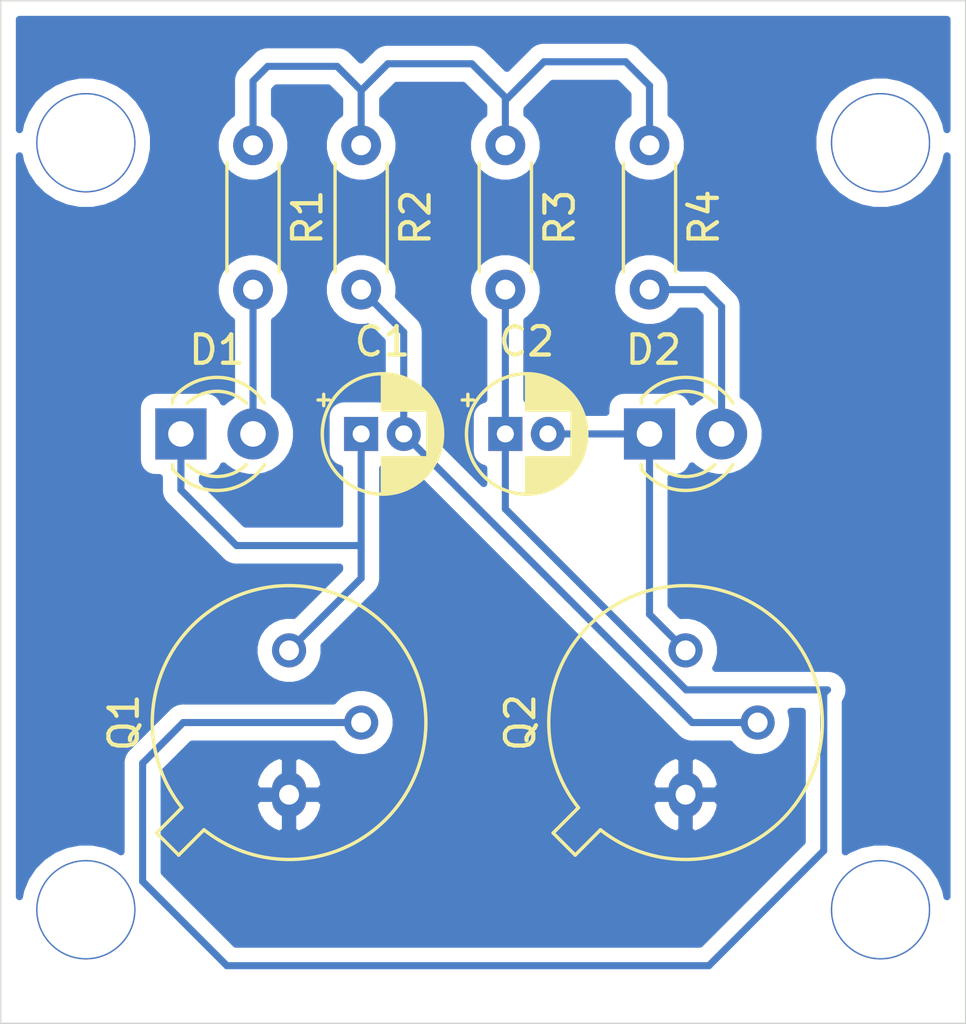
<source format=kicad_pcb>
(kicad_pcb (version 20171130) (host pcbnew "(5.1.12)-1")

  (general
    (thickness 1.6)
    (drawings 4)
    (tracks 53)
    (zones 0)
    (modules 10)
    (nets 9)
  )

  (page A4)
  (layers
    (0 F.Cu signal)
    (31 B.Cu signal)
    (32 B.Adhes user)
    (33 F.Adhes user)
    (34 B.Paste user)
    (35 F.Paste user)
    (36 B.SilkS user)
    (37 F.SilkS user)
    (38 B.Mask user)
    (39 F.Mask user)
    (40 Dwgs.User user)
    (41 Cmts.User user)
    (42 Eco1.User user)
    (43 Eco2.User user)
    (44 Edge.Cuts user)
    (45 Margin user)
    (46 B.CrtYd user)
    (47 F.CrtYd user)
    (48 B.Fab user)
    (49 F.Fab user)
  )

  (setup
    (last_trace_width 0.25)
    (trace_clearance 0.2)
    (zone_clearance 0.508)
    (zone_45_only no)
    (trace_min 0.2)
    (via_size 0.8)
    (via_drill 0.4)
    (via_min_size 0.4)
    (via_min_drill 0.3)
    (uvia_size 0.3)
    (uvia_drill 0.1)
    (uvias_allowed no)
    (uvia_min_size 0.2)
    (uvia_min_drill 0.1)
    (edge_width 0.05)
    (segment_width 0.2)
    (pcb_text_width 0.3)
    (pcb_text_size 1.5 1.5)
    (mod_edge_width 0.12)
    (mod_text_size 1 1)
    (mod_text_width 0.15)
    (pad_size 1.524 1.524)
    (pad_drill 0.762)
    (pad_to_mask_clearance 0)
    (aux_axis_origin 0 0)
    (visible_elements 7FFFFFFF)
    (pcbplotparams
      (layerselection 0x010fc_ffffffff)
      (usegerberextensions false)
      (usegerberattributes true)
      (usegerberadvancedattributes true)
      (creategerberjobfile true)
      (excludeedgelayer true)
      (linewidth 0.100000)
      (plotframeref false)
      (viasonmask false)
      (mode 1)
      (useauxorigin false)
      (hpglpennumber 1)
      (hpglpenspeed 20)
      (hpglpendiameter 15.000000)
      (psnegative false)
      (psa4output false)
      (plotreference true)
      (plotvalue true)
      (plotinvisibletext false)
      (padsonsilk false)
      (subtractmaskfromsilk false)
      (outputformat 1)
      (mirror false)
      (drillshape 0)
      (scaleselection 1)
      (outputdirectory "gerber/"))
  )

  (net 0 "")
  (net 1 "Net-(C1-Pad2)")
  (net 2 "Net-(C1-Pad1)")
  (net 3 "Net-(C2-Pad2)")
  (net 4 "Net-(C2-Pad1)")
  (net 5 "Net-(D1-Pad2)")
  (net 6 "Net-(D2-Pad2)")
  (net 7 Earth)
  (net 8 VCC)

  (net_class Default "This is the default net class."
    (clearance 0.2)
    (trace_width 0.25)
    (via_dia 0.8)
    (via_drill 0.4)
    (uvia_dia 0.3)
    (uvia_drill 0.1)
    (add_net Earth)
    (add_net "Net-(C1-Pad1)")
    (add_net "Net-(C1-Pad2)")
    (add_net "Net-(C2-Pad1)")
    (add_net "Net-(C2-Pad2)")
    (add_net "Net-(D1-Pad2)")
    (add_net "Net-(D2-Pad2)")
    (add_net VCC)
  )

  (module Resistor_THT:R_Axial_DIN0204_L3.6mm_D1.6mm_P5.08mm_Horizontal (layer F.Cu) (tedit 5AE5139B) (tstamp 64D6ACA9)
    (at 149.86 85.09 270)
    (descr "Resistor, Axial_DIN0204 series, Axial, Horizontal, pin pitch=5.08mm, 0.167W, length*diameter=3.6*1.6mm^2, http://cdn-reichelt.de/documents/datenblatt/B400/1_4W%23YAG.pdf")
    (tags "Resistor Axial_DIN0204 series Axial Horizontal pin pitch 5.08mm 0.167W length 3.6mm diameter 1.6mm")
    (path /64D64815)
    (fp_text reference R4 (at 2.54 -1.92 90) (layer F.SilkS)
      (effects (font (size 1 1) (thickness 0.15)))
    )
    (fp_text value R_Small_US (at 2.54 1.92 90) (layer F.Fab)
      (effects (font (size 1 1) (thickness 0.15)))
    )
    (fp_line (start 6.03 -1.05) (end -0.95 -1.05) (layer F.CrtYd) (width 0.05))
    (fp_line (start 6.03 1.05) (end 6.03 -1.05) (layer F.CrtYd) (width 0.05))
    (fp_line (start -0.95 1.05) (end 6.03 1.05) (layer F.CrtYd) (width 0.05))
    (fp_line (start -0.95 -1.05) (end -0.95 1.05) (layer F.CrtYd) (width 0.05))
    (fp_line (start 0.62 0.92) (end 4.46 0.92) (layer F.SilkS) (width 0.12))
    (fp_line (start 0.62 -0.92) (end 4.46 -0.92) (layer F.SilkS) (width 0.12))
    (fp_line (start 5.08 0) (end 4.34 0) (layer F.Fab) (width 0.1))
    (fp_line (start 0 0) (end 0.74 0) (layer F.Fab) (width 0.1))
    (fp_line (start 4.34 -0.8) (end 0.74 -0.8) (layer F.Fab) (width 0.1))
    (fp_line (start 4.34 0.8) (end 4.34 -0.8) (layer F.Fab) (width 0.1))
    (fp_line (start 0.74 0.8) (end 4.34 0.8) (layer F.Fab) (width 0.1))
    (fp_line (start 0.74 -0.8) (end 0.74 0.8) (layer F.Fab) (width 0.1))
    (fp_text user %R (at 2.54 0 90) (layer F.Fab)
      (effects (font (size 0.72 0.72) (thickness 0.108)))
    )
    (pad 2 thru_hole oval (at 5.08 0 270) (size 1.4 1.4) (drill 0.7) (layers *.Cu *.Mask)
      (net 6 "Net-(D2-Pad2)"))
    (pad 1 thru_hole circle (at 0 0 270) (size 1.4 1.4) (drill 0.7) (layers *.Cu *.Mask)
      (net 8 VCC))
    (model ${KISYS3DMOD}/Resistor_THT.3dshapes/R_Axial_DIN0204_L3.6mm_D1.6mm_P5.08mm_Horizontal.wrl
      (at (xyz 0 0 0))
      (scale (xyz 1 1 1))
      (rotate (xyz 0 0 0))
    )
  )

  (module Resistor_THT:R_Axial_DIN0204_L3.6mm_D1.6mm_P5.08mm_Horizontal (layer F.Cu) (tedit 5AE5139B) (tstamp 64D6AC96)
    (at 144.78 85.09 270)
    (descr "Resistor, Axial_DIN0204 series, Axial, Horizontal, pin pitch=5.08mm, 0.167W, length*diameter=3.6*1.6mm^2, http://cdn-reichelt.de/documents/datenblatt/B400/1_4W%23YAG.pdf")
    (tags "Resistor Axial_DIN0204 series Axial Horizontal pin pitch 5.08mm 0.167W length 3.6mm diameter 1.6mm")
    (path /64D6443B)
    (fp_text reference R3 (at 2.54 -1.92 90) (layer F.SilkS)
      (effects (font (size 1 1) (thickness 0.15)))
    )
    (fp_text value R_Small_US (at 2.54 1.92 90) (layer F.Fab)
      (effects (font (size 1 1) (thickness 0.15)))
    )
    (fp_line (start 6.03 -1.05) (end -0.95 -1.05) (layer F.CrtYd) (width 0.05))
    (fp_line (start 6.03 1.05) (end 6.03 -1.05) (layer F.CrtYd) (width 0.05))
    (fp_line (start -0.95 1.05) (end 6.03 1.05) (layer F.CrtYd) (width 0.05))
    (fp_line (start -0.95 -1.05) (end -0.95 1.05) (layer F.CrtYd) (width 0.05))
    (fp_line (start 0.62 0.92) (end 4.46 0.92) (layer F.SilkS) (width 0.12))
    (fp_line (start 0.62 -0.92) (end 4.46 -0.92) (layer F.SilkS) (width 0.12))
    (fp_line (start 5.08 0) (end 4.34 0) (layer F.Fab) (width 0.1))
    (fp_line (start 0 0) (end 0.74 0) (layer F.Fab) (width 0.1))
    (fp_line (start 4.34 -0.8) (end 0.74 -0.8) (layer F.Fab) (width 0.1))
    (fp_line (start 4.34 0.8) (end 4.34 -0.8) (layer F.Fab) (width 0.1))
    (fp_line (start 0.74 0.8) (end 4.34 0.8) (layer F.Fab) (width 0.1))
    (fp_line (start 0.74 -0.8) (end 0.74 0.8) (layer F.Fab) (width 0.1))
    (fp_text user %R (at 2.54 0 90) (layer F.Fab)
      (effects (font (size 0.72 0.72) (thickness 0.108)))
    )
    (pad 2 thru_hole oval (at 5.08 0 270) (size 1.4 1.4) (drill 0.7) (layers *.Cu *.Mask)
      (net 4 "Net-(C2-Pad1)"))
    (pad 1 thru_hole circle (at 0 0 270) (size 1.4 1.4) (drill 0.7) (layers *.Cu *.Mask)
      (net 8 VCC))
    (model ${KISYS3DMOD}/Resistor_THT.3dshapes/R_Axial_DIN0204_L3.6mm_D1.6mm_P5.08mm_Horizontal.wrl
      (at (xyz 0 0 0))
      (scale (xyz 1 1 1))
      (rotate (xyz 0 0 0))
    )
  )

  (module Resistor_THT:R_Axial_DIN0204_L3.6mm_D1.6mm_P5.08mm_Horizontal (layer F.Cu) (tedit 5AE5139B) (tstamp 64D6AC83)
    (at 139.7 85.09 270)
    (descr "Resistor, Axial_DIN0204 series, Axial, Horizontal, pin pitch=5.08mm, 0.167W, length*diameter=3.6*1.6mm^2, http://cdn-reichelt.de/documents/datenblatt/B400/1_4W%23YAG.pdf")
    (tags "Resistor Axial_DIN0204 series Axial Horizontal pin pitch 5.08mm 0.167W length 3.6mm diameter 1.6mm")
    (path /64D63DE7)
    (fp_text reference R2 (at 2.54 -1.92 90) (layer F.SilkS)
      (effects (font (size 1 1) (thickness 0.15)))
    )
    (fp_text value R_Small_US (at 2.54 1.92 90) (layer F.Fab)
      (effects (font (size 1 1) (thickness 0.15)))
    )
    (fp_line (start 6.03 -1.05) (end -0.95 -1.05) (layer F.CrtYd) (width 0.05))
    (fp_line (start 6.03 1.05) (end 6.03 -1.05) (layer F.CrtYd) (width 0.05))
    (fp_line (start -0.95 1.05) (end 6.03 1.05) (layer F.CrtYd) (width 0.05))
    (fp_line (start -0.95 -1.05) (end -0.95 1.05) (layer F.CrtYd) (width 0.05))
    (fp_line (start 0.62 0.92) (end 4.46 0.92) (layer F.SilkS) (width 0.12))
    (fp_line (start 0.62 -0.92) (end 4.46 -0.92) (layer F.SilkS) (width 0.12))
    (fp_line (start 5.08 0) (end 4.34 0) (layer F.Fab) (width 0.1))
    (fp_line (start 0 0) (end 0.74 0) (layer F.Fab) (width 0.1))
    (fp_line (start 4.34 -0.8) (end 0.74 -0.8) (layer F.Fab) (width 0.1))
    (fp_line (start 4.34 0.8) (end 4.34 -0.8) (layer F.Fab) (width 0.1))
    (fp_line (start 0.74 0.8) (end 4.34 0.8) (layer F.Fab) (width 0.1))
    (fp_line (start 0.74 -0.8) (end 0.74 0.8) (layer F.Fab) (width 0.1))
    (fp_text user %R (at 2.54 0 90) (layer F.Fab)
      (effects (font (size 0.72 0.72) (thickness 0.108)))
    )
    (pad 2 thru_hole oval (at 5.08 0 270) (size 1.4 1.4) (drill 0.7) (layers *.Cu *.Mask)
      (net 1 "Net-(C1-Pad2)"))
    (pad 1 thru_hole circle (at 0 0 270) (size 1.4 1.4) (drill 0.7) (layers *.Cu *.Mask)
      (net 8 VCC))
    (model ${KISYS3DMOD}/Resistor_THT.3dshapes/R_Axial_DIN0204_L3.6mm_D1.6mm_P5.08mm_Horizontal.wrl
      (at (xyz 0 0 0))
      (scale (xyz 1 1 1))
      (rotate (xyz 0 0 0))
    )
  )

  (module Resistor_THT:R_Axial_DIN0204_L3.6mm_D1.6mm_P5.08mm_Horizontal (layer F.Cu) (tedit 5AE5139B) (tstamp 64D6AC70)
    (at 135.89 85.09 270)
    (descr "Resistor, Axial_DIN0204 series, Axial, Horizontal, pin pitch=5.08mm, 0.167W, length*diameter=3.6*1.6mm^2, http://cdn-reichelt.de/documents/datenblatt/B400/1_4W%23YAG.pdf")
    (tags "Resistor Axial_DIN0204 series Axial Horizontal pin pitch 5.08mm 0.167W length 3.6mm diameter 1.6mm")
    (path /64D639B2)
    (fp_text reference R1 (at 2.54 -1.92 90) (layer F.SilkS)
      (effects (font (size 1 1) (thickness 0.15)))
    )
    (fp_text value R_Small_US (at 2.54 1.92 90) (layer F.Fab)
      (effects (font (size 1 1) (thickness 0.15)))
    )
    (fp_line (start 6.03 -1.05) (end -0.95 -1.05) (layer F.CrtYd) (width 0.05))
    (fp_line (start 6.03 1.05) (end 6.03 -1.05) (layer F.CrtYd) (width 0.05))
    (fp_line (start -0.95 1.05) (end 6.03 1.05) (layer F.CrtYd) (width 0.05))
    (fp_line (start -0.95 -1.05) (end -0.95 1.05) (layer F.CrtYd) (width 0.05))
    (fp_line (start 0.62 0.92) (end 4.46 0.92) (layer F.SilkS) (width 0.12))
    (fp_line (start 0.62 -0.92) (end 4.46 -0.92) (layer F.SilkS) (width 0.12))
    (fp_line (start 5.08 0) (end 4.34 0) (layer F.Fab) (width 0.1))
    (fp_line (start 0 0) (end 0.74 0) (layer F.Fab) (width 0.1))
    (fp_line (start 4.34 -0.8) (end 0.74 -0.8) (layer F.Fab) (width 0.1))
    (fp_line (start 4.34 0.8) (end 4.34 -0.8) (layer F.Fab) (width 0.1))
    (fp_line (start 0.74 0.8) (end 4.34 0.8) (layer F.Fab) (width 0.1))
    (fp_line (start 0.74 -0.8) (end 0.74 0.8) (layer F.Fab) (width 0.1))
    (fp_text user %R (at 2.54 0 90) (layer F.Fab)
      (effects (font (size 0.72 0.72) (thickness 0.108)))
    )
    (pad 2 thru_hole oval (at 5.08 0 270) (size 1.4 1.4) (drill 0.7) (layers *.Cu *.Mask)
      (net 5 "Net-(D1-Pad2)"))
    (pad 1 thru_hole circle (at 0 0 270) (size 1.4 1.4) (drill 0.7) (layers *.Cu *.Mask)
      (net 8 VCC))
    (model ${KISYS3DMOD}/Resistor_THT.3dshapes/R_Axial_DIN0204_L3.6mm_D1.6mm_P5.08mm_Horizontal.wrl
      (at (xyz 0 0 0))
      (scale (xyz 1 1 1))
      (rotate (xyz 0 0 0))
    )
  )

  (module Package_TO_SOT_THT:TO-39-3 (layer F.Cu) (tedit 5A02FF81) (tstamp 64D6AC5D)
    (at 151.13 107.95 90)
    (descr TO-39-3)
    (tags TO-39-3)
    (path /64D6A732)
    (fp_text reference Q2 (at 2.54 -5.82 90) (layer F.SilkS)
      (effects (font (size 1 1) (thickness 0.15)))
    )
    (fp_text value 2N2219 (at 2.54 5.82 90) (layer F.Fab)
      (effects (font (size 1 1) (thickness 0.15)))
    )
    (fp_circle (center 2.54 0) (end 6.79 0) (layer F.Fab) (width 0.1))
    (fp_line (start 7.49 -4.95) (end -2.41 -4.95) (layer F.CrtYd) (width 0.05))
    (fp_line (start 7.49 4.95) (end 7.49 -4.95) (layer F.CrtYd) (width 0.05))
    (fp_line (start -2.41 4.95) (end 7.49 4.95) (layer F.CrtYd) (width 0.05))
    (fp_line (start -2.41 -4.95) (end -2.41 4.95) (layer F.CrtYd) (width 0.05))
    (fp_line (start -2.125856 -3.888039) (end -1.234902 -2.997084) (layer F.SilkS) (width 0.12))
    (fp_line (start -1.348039 -4.665856) (end -2.125856 -3.888039) (layer F.SilkS) (width 0.12))
    (fp_line (start -0.457084 -3.774902) (end -1.348039 -4.665856) (layer F.SilkS) (width 0.12))
    (fp_line (start -1.879621 -3.81151) (end -1.07352 -3.005408) (layer F.Fab) (width 0.1))
    (fp_line (start -1.27151 -4.419621) (end -1.879621 -3.81151) (layer F.Fab) (width 0.1))
    (fp_line (start -0.465408 -3.61352) (end -1.27151 -4.419621) (layer F.Fab) (width 0.1))
    (fp_arc (start 2.54 0) (end -0.457084 -3.774902) (angle 346.9) (layer F.SilkS) (width 0.12))
    (fp_arc (start 2.54 0) (end -0.465408 -3.61352) (angle 349.5) (layer F.Fab) (width 0.1))
    (fp_text user %R (at 2.54 -5.82 90) (layer F.Fab)
      (effects (font (size 1 1) (thickness 0.15)))
    )
    (pad 3 thru_hole oval (at 5.08 0 90) (size 1.2 1.2) (drill 0.7) (layers *.Cu *.Mask)
      (net 3 "Net-(C2-Pad2)"))
    (pad 2 thru_hole oval (at 2.54 2.54 90) (size 1.2 1.2) (drill 0.7) (layers *.Cu *.Mask)
      (net 1 "Net-(C1-Pad2)"))
    (pad 1 thru_hole oval (at 0 0 90) (size 1.6 1.2) (drill 0.7) (layers *.Cu *.Mask)
      (net 7 Earth))
    (model ${KISYS3DMOD}/Package_TO_SOT_THT.3dshapes/TO-39-3.wrl
      (at (xyz 0 0 0))
      (scale (xyz 1 1 1))
      (rotate (xyz 0 0 0))
    )
  )

  (module Package_TO_SOT_THT:TO-39-3 (layer F.Cu) (tedit 5A02FF81) (tstamp 64D6AC48)
    (at 137.16 107.95 90)
    (descr TO-39-3)
    (tags TO-39-3)
    (path /64D69AA5)
    (fp_text reference Q1 (at 2.54 -5.82 90) (layer F.SilkS)
      (effects (font (size 1 1) (thickness 0.15)))
    )
    (fp_text value 2N2219 (at 2.54 5.82 90) (layer F.Fab)
      (effects (font (size 1 1) (thickness 0.15)))
    )
    (fp_circle (center 2.54 0) (end 6.79 0) (layer F.Fab) (width 0.1))
    (fp_line (start 7.49 -4.95) (end -2.41 -4.95) (layer F.CrtYd) (width 0.05))
    (fp_line (start 7.49 4.95) (end 7.49 -4.95) (layer F.CrtYd) (width 0.05))
    (fp_line (start -2.41 4.95) (end 7.49 4.95) (layer F.CrtYd) (width 0.05))
    (fp_line (start -2.41 -4.95) (end -2.41 4.95) (layer F.CrtYd) (width 0.05))
    (fp_line (start -2.125856 -3.888039) (end -1.234902 -2.997084) (layer F.SilkS) (width 0.12))
    (fp_line (start -1.348039 -4.665856) (end -2.125856 -3.888039) (layer F.SilkS) (width 0.12))
    (fp_line (start -0.457084 -3.774902) (end -1.348039 -4.665856) (layer F.SilkS) (width 0.12))
    (fp_line (start -1.879621 -3.81151) (end -1.07352 -3.005408) (layer F.Fab) (width 0.1))
    (fp_line (start -1.27151 -4.419621) (end -1.879621 -3.81151) (layer F.Fab) (width 0.1))
    (fp_line (start -0.465408 -3.61352) (end -1.27151 -4.419621) (layer F.Fab) (width 0.1))
    (fp_arc (start 2.54 0) (end -0.457084 -3.774902) (angle 346.9) (layer F.SilkS) (width 0.12))
    (fp_arc (start 2.54 0) (end -0.465408 -3.61352) (angle 349.5) (layer F.Fab) (width 0.1))
    (fp_text user %R (at 2.54 -5.82 90) (layer F.Fab)
      (effects (font (size 1 1) (thickness 0.15)))
    )
    (pad 3 thru_hole oval (at 5.08 0 90) (size 1.2 1.2) (drill 0.7) (layers *.Cu *.Mask)
      (net 2 "Net-(C1-Pad1)"))
    (pad 2 thru_hole oval (at 2.54 2.54 90) (size 1.2 1.2) (drill 0.7) (layers *.Cu *.Mask)
      (net 4 "Net-(C2-Pad1)"))
    (pad 1 thru_hole oval (at 0 0 90) (size 1.6 1.2) (drill 0.7) (layers *.Cu *.Mask)
      (net 7 Earth))
    (model ${KISYS3DMOD}/Package_TO_SOT_THT.3dshapes/TO-39-3.wrl
      (at (xyz 0 0 0))
      (scale (xyz 1 1 1))
      (rotate (xyz 0 0 0))
    )
  )

  (module LED_THT:LED_D3.0mm (layer F.Cu) (tedit 587A3A7B) (tstamp 64D6AC33)
    (at 149.86 95.25)
    (descr "LED, diameter 3.0mm, 2 pins")
    (tags "LED diameter 3.0mm 2 pins")
    (path /64D6540A)
    (fp_text reference D2 (at 0.14 -2.96) (layer F.SilkS)
      (effects (font (size 1 1) (thickness 0.15)))
    )
    (fp_text value LED (at 1.27 2.96) (layer F.Fab)
      (effects (font (size 1 1) (thickness 0.15)))
    )
    (fp_line (start 3.7 -2.25) (end -1.15 -2.25) (layer F.CrtYd) (width 0.05))
    (fp_line (start 3.7 2.25) (end 3.7 -2.25) (layer F.CrtYd) (width 0.05))
    (fp_line (start -1.15 2.25) (end 3.7 2.25) (layer F.CrtYd) (width 0.05))
    (fp_line (start -1.15 -2.25) (end -1.15 2.25) (layer F.CrtYd) (width 0.05))
    (fp_line (start -0.29 1.08) (end -0.29 1.236) (layer F.SilkS) (width 0.12))
    (fp_line (start -0.29 -1.236) (end -0.29 -1.08) (layer F.SilkS) (width 0.12))
    (fp_line (start -0.23 -1.16619) (end -0.23 1.16619) (layer F.Fab) (width 0.1))
    (fp_circle (center 1.27 0) (end 2.77 0) (layer F.Fab) (width 0.1))
    (fp_arc (start 1.27 0) (end 0.229039 1.08) (angle -87.9) (layer F.SilkS) (width 0.12))
    (fp_arc (start 1.27 0) (end 0.229039 -1.08) (angle 87.9) (layer F.SilkS) (width 0.12))
    (fp_arc (start 1.27 0) (end -0.29 1.235516) (angle -108.8) (layer F.SilkS) (width 0.12))
    (fp_arc (start 1.27 0) (end -0.29 -1.235516) (angle 108.8) (layer F.SilkS) (width 0.12))
    (fp_arc (start 1.27 0) (end -0.23 -1.16619) (angle 284.3) (layer F.Fab) (width 0.1))
    (pad 2 thru_hole circle (at 2.54 0) (size 1.8 1.8) (drill 0.9) (layers *.Cu *.Mask)
      (net 6 "Net-(D2-Pad2)"))
    (pad 1 thru_hole rect (at 0 0) (size 1.8 1.8) (drill 0.9) (layers *.Cu *.Mask)
      (net 3 "Net-(C2-Pad2)"))
    (model ${KISYS3DMOD}/LED_THT.3dshapes/LED_D3.0mm.wrl
      (at (xyz 0 0 0))
      (scale (xyz 1 1 1))
      (rotate (xyz 0 0 0))
    )
  )

  (module LED_THT:LED_D3.0mm (layer F.Cu) (tedit 587A3A7B) (tstamp 64D6AC20)
    (at 133.35 95.25)
    (descr "LED, diameter 3.0mm, 2 pins")
    (tags "LED diameter 3.0mm 2 pins")
    (path /64D64E31)
    (fp_text reference D1 (at 1.27 -2.96) (layer F.SilkS)
      (effects (font (size 1 1) (thickness 0.15)))
    )
    (fp_text value LED (at 1.27 2.96) (layer F.Fab)
      (effects (font (size 1 1) (thickness 0.15)))
    )
    (fp_line (start 3.7 -2.25) (end -1.15 -2.25) (layer F.CrtYd) (width 0.05))
    (fp_line (start 3.7 2.25) (end 3.7 -2.25) (layer F.CrtYd) (width 0.05))
    (fp_line (start -1.15 2.25) (end 3.7 2.25) (layer F.CrtYd) (width 0.05))
    (fp_line (start -1.15 -2.25) (end -1.15 2.25) (layer F.CrtYd) (width 0.05))
    (fp_line (start -0.29 1.08) (end -0.29 1.236) (layer F.SilkS) (width 0.12))
    (fp_line (start -0.29 -1.236) (end -0.29 -1.08) (layer F.SilkS) (width 0.12))
    (fp_line (start -0.23 -1.16619) (end -0.23 1.16619) (layer F.Fab) (width 0.1))
    (fp_circle (center 1.27 0) (end 2.77 0) (layer F.Fab) (width 0.1))
    (fp_arc (start 1.27 0) (end 0.229039 1.08) (angle -87.9) (layer F.SilkS) (width 0.12))
    (fp_arc (start 1.27 0) (end 0.229039 -1.08) (angle 87.9) (layer F.SilkS) (width 0.12))
    (fp_arc (start 1.27 0) (end -0.29 1.235516) (angle -108.8) (layer F.SilkS) (width 0.12))
    (fp_arc (start 1.27 0) (end -0.29 -1.235516) (angle 108.8) (layer F.SilkS) (width 0.12))
    (fp_arc (start 1.27 0) (end -0.23 -1.16619) (angle 284.3) (layer F.Fab) (width 0.1))
    (pad 2 thru_hole circle (at 2.54 0) (size 1.8 1.8) (drill 0.9) (layers *.Cu *.Mask)
      (net 5 "Net-(D1-Pad2)"))
    (pad 1 thru_hole rect (at 0 0) (size 1.8 1.8) (drill 0.9) (layers *.Cu *.Mask)
      (net 2 "Net-(C1-Pad1)"))
    (model ${KISYS3DMOD}/LED_THT.3dshapes/LED_D3.0mm.wrl
      (at (xyz 0 0 0))
      (scale (xyz 1 1 1))
      (rotate (xyz 0 0 0))
    )
  )

  (module Capacitor_THT:CP_Radial_D4.0mm_P1.50mm (layer F.Cu) (tedit 5AE50EF0) (tstamp 64D6AC0D)
    (at 144.78 95.25)
    (descr "CP, Radial series, Radial, pin pitch=1.50mm, , diameter=4mm, Electrolytic Capacitor")
    (tags "CP Radial series Radial pin pitch 1.50mm  diameter 4mm Electrolytic Capacitor")
    (path /64D7272F)
    (fp_text reference C2 (at 0.75 -3.25) (layer F.SilkS)
      (effects (font (size 1 1) (thickness 0.15)))
    )
    (fp_text value C (at 0.75 3.25) (layer F.Fab)
      (effects (font (size 1 1) (thickness 0.15)))
    )
    (fp_line (start -1.319801 -1.395) (end -1.319801 -0.995) (layer F.SilkS) (width 0.12))
    (fp_line (start -1.519801 -1.195) (end -1.119801 -1.195) (layer F.SilkS) (width 0.12))
    (fp_line (start 2.831 -0.37) (end 2.831 0.37) (layer F.SilkS) (width 0.12))
    (fp_line (start 2.791 -0.537) (end 2.791 0.537) (layer F.SilkS) (width 0.12))
    (fp_line (start 2.751 -0.664) (end 2.751 0.664) (layer F.SilkS) (width 0.12))
    (fp_line (start 2.711 -0.768) (end 2.711 0.768) (layer F.SilkS) (width 0.12))
    (fp_line (start 2.671 -0.859) (end 2.671 0.859) (layer F.SilkS) (width 0.12))
    (fp_line (start 2.631 -0.94) (end 2.631 0.94) (layer F.SilkS) (width 0.12))
    (fp_line (start 2.591 -1.013) (end 2.591 1.013) (layer F.SilkS) (width 0.12))
    (fp_line (start 2.551 -1.08) (end 2.551 1.08) (layer F.SilkS) (width 0.12))
    (fp_line (start 2.511 -1.142) (end 2.511 1.142) (layer F.SilkS) (width 0.12))
    (fp_line (start 2.471 -1.2) (end 2.471 1.2) (layer F.SilkS) (width 0.12))
    (fp_line (start 2.431 -1.254) (end 2.431 1.254) (layer F.SilkS) (width 0.12))
    (fp_line (start 2.391 -1.304) (end 2.391 1.304) (layer F.SilkS) (width 0.12))
    (fp_line (start 2.351 -1.351) (end 2.351 1.351) (layer F.SilkS) (width 0.12))
    (fp_line (start 2.311 0.84) (end 2.311 1.396) (layer F.SilkS) (width 0.12))
    (fp_line (start 2.311 -1.396) (end 2.311 -0.84) (layer F.SilkS) (width 0.12))
    (fp_line (start 2.271 0.84) (end 2.271 1.438) (layer F.SilkS) (width 0.12))
    (fp_line (start 2.271 -1.438) (end 2.271 -0.84) (layer F.SilkS) (width 0.12))
    (fp_line (start 2.231 0.84) (end 2.231 1.478) (layer F.SilkS) (width 0.12))
    (fp_line (start 2.231 -1.478) (end 2.231 -0.84) (layer F.SilkS) (width 0.12))
    (fp_line (start 2.191 0.84) (end 2.191 1.516) (layer F.SilkS) (width 0.12))
    (fp_line (start 2.191 -1.516) (end 2.191 -0.84) (layer F.SilkS) (width 0.12))
    (fp_line (start 2.151 0.84) (end 2.151 1.552) (layer F.SilkS) (width 0.12))
    (fp_line (start 2.151 -1.552) (end 2.151 -0.84) (layer F.SilkS) (width 0.12))
    (fp_line (start 2.111 0.84) (end 2.111 1.587) (layer F.SilkS) (width 0.12))
    (fp_line (start 2.111 -1.587) (end 2.111 -0.84) (layer F.SilkS) (width 0.12))
    (fp_line (start 2.071 0.84) (end 2.071 1.619) (layer F.SilkS) (width 0.12))
    (fp_line (start 2.071 -1.619) (end 2.071 -0.84) (layer F.SilkS) (width 0.12))
    (fp_line (start 2.031 0.84) (end 2.031 1.65) (layer F.SilkS) (width 0.12))
    (fp_line (start 2.031 -1.65) (end 2.031 -0.84) (layer F.SilkS) (width 0.12))
    (fp_line (start 1.991 0.84) (end 1.991 1.68) (layer F.SilkS) (width 0.12))
    (fp_line (start 1.991 -1.68) (end 1.991 -0.84) (layer F.SilkS) (width 0.12))
    (fp_line (start 1.951 0.84) (end 1.951 1.708) (layer F.SilkS) (width 0.12))
    (fp_line (start 1.951 -1.708) (end 1.951 -0.84) (layer F.SilkS) (width 0.12))
    (fp_line (start 1.911 0.84) (end 1.911 1.735) (layer F.SilkS) (width 0.12))
    (fp_line (start 1.911 -1.735) (end 1.911 -0.84) (layer F.SilkS) (width 0.12))
    (fp_line (start 1.871 0.84) (end 1.871 1.76) (layer F.SilkS) (width 0.12))
    (fp_line (start 1.871 -1.76) (end 1.871 -0.84) (layer F.SilkS) (width 0.12))
    (fp_line (start 1.831 0.84) (end 1.831 1.785) (layer F.SilkS) (width 0.12))
    (fp_line (start 1.831 -1.785) (end 1.831 -0.84) (layer F.SilkS) (width 0.12))
    (fp_line (start 1.791 0.84) (end 1.791 1.808) (layer F.SilkS) (width 0.12))
    (fp_line (start 1.791 -1.808) (end 1.791 -0.84) (layer F.SilkS) (width 0.12))
    (fp_line (start 1.751 0.84) (end 1.751 1.83) (layer F.SilkS) (width 0.12))
    (fp_line (start 1.751 -1.83) (end 1.751 -0.84) (layer F.SilkS) (width 0.12))
    (fp_line (start 1.711 0.84) (end 1.711 1.851) (layer F.SilkS) (width 0.12))
    (fp_line (start 1.711 -1.851) (end 1.711 -0.84) (layer F.SilkS) (width 0.12))
    (fp_line (start 1.671 0.84) (end 1.671 1.87) (layer F.SilkS) (width 0.12))
    (fp_line (start 1.671 -1.87) (end 1.671 -0.84) (layer F.SilkS) (width 0.12))
    (fp_line (start 1.631 0.84) (end 1.631 1.889) (layer F.SilkS) (width 0.12))
    (fp_line (start 1.631 -1.889) (end 1.631 -0.84) (layer F.SilkS) (width 0.12))
    (fp_line (start 1.591 0.84) (end 1.591 1.907) (layer F.SilkS) (width 0.12))
    (fp_line (start 1.591 -1.907) (end 1.591 -0.84) (layer F.SilkS) (width 0.12))
    (fp_line (start 1.551 0.84) (end 1.551 1.924) (layer F.SilkS) (width 0.12))
    (fp_line (start 1.551 -1.924) (end 1.551 -0.84) (layer F.SilkS) (width 0.12))
    (fp_line (start 1.511 0.84) (end 1.511 1.94) (layer F.SilkS) (width 0.12))
    (fp_line (start 1.511 -1.94) (end 1.511 -0.84) (layer F.SilkS) (width 0.12))
    (fp_line (start 1.471 0.84) (end 1.471 1.954) (layer F.SilkS) (width 0.12))
    (fp_line (start 1.471 -1.954) (end 1.471 -0.84) (layer F.SilkS) (width 0.12))
    (fp_line (start 1.43 0.84) (end 1.43 1.968) (layer F.SilkS) (width 0.12))
    (fp_line (start 1.43 -1.968) (end 1.43 -0.84) (layer F.SilkS) (width 0.12))
    (fp_line (start 1.39 0.84) (end 1.39 1.982) (layer F.SilkS) (width 0.12))
    (fp_line (start 1.39 -1.982) (end 1.39 -0.84) (layer F.SilkS) (width 0.12))
    (fp_line (start 1.35 0.84) (end 1.35 1.994) (layer F.SilkS) (width 0.12))
    (fp_line (start 1.35 -1.994) (end 1.35 -0.84) (layer F.SilkS) (width 0.12))
    (fp_line (start 1.31 0.84) (end 1.31 2.005) (layer F.SilkS) (width 0.12))
    (fp_line (start 1.31 -2.005) (end 1.31 -0.84) (layer F.SilkS) (width 0.12))
    (fp_line (start 1.27 0.84) (end 1.27 2.016) (layer F.SilkS) (width 0.12))
    (fp_line (start 1.27 -2.016) (end 1.27 -0.84) (layer F.SilkS) (width 0.12))
    (fp_line (start 1.23 0.84) (end 1.23 2.025) (layer F.SilkS) (width 0.12))
    (fp_line (start 1.23 -2.025) (end 1.23 -0.84) (layer F.SilkS) (width 0.12))
    (fp_line (start 1.19 0.84) (end 1.19 2.034) (layer F.SilkS) (width 0.12))
    (fp_line (start 1.19 -2.034) (end 1.19 -0.84) (layer F.SilkS) (width 0.12))
    (fp_line (start 1.15 0.84) (end 1.15 2.042) (layer F.SilkS) (width 0.12))
    (fp_line (start 1.15 -2.042) (end 1.15 -0.84) (layer F.SilkS) (width 0.12))
    (fp_line (start 1.11 0.84) (end 1.11 2.05) (layer F.SilkS) (width 0.12))
    (fp_line (start 1.11 -2.05) (end 1.11 -0.84) (layer F.SilkS) (width 0.12))
    (fp_line (start 1.07 0.84) (end 1.07 2.056) (layer F.SilkS) (width 0.12))
    (fp_line (start 1.07 -2.056) (end 1.07 -0.84) (layer F.SilkS) (width 0.12))
    (fp_line (start 1.03 0.84) (end 1.03 2.062) (layer F.SilkS) (width 0.12))
    (fp_line (start 1.03 -2.062) (end 1.03 -0.84) (layer F.SilkS) (width 0.12))
    (fp_line (start 0.99 0.84) (end 0.99 2.067) (layer F.SilkS) (width 0.12))
    (fp_line (start 0.99 -2.067) (end 0.99 -0.84) (layer F.SilkS) (width 0.12))
    (fp_line (start 0.95 0.84) (end 0.95 2.071) (layer F.SilkS) (width 0.12))
    (fp_line (start 0.95 -2.071) (end 0.95 -0.84) (layer F.SilkS) (width 0.12))
    (fp_line (start 0.91 0.84) (end 0.91 2.074) (layer F.SilkS) (width 0.12))
    (fp_line (start 0.91 -2.074) (end 0.91 -0.84) (layer F.SilkS) (width 0.12))
    (fp_line (start 0.87 0.84) (end 0.87 2.077) (layer F.SilkS) (width 0.12))
    (fp_line (start 0.87 -2.077) (end 0.87 -0.84) (layer F.SilkS) (width 0.12))
    (fp_line (start 0.83 -2.079) (end 0.83 -0.84) (layer F.SilkS) (width 0.12))
    (fp_line (start 0.83 0.84) (end 0.83 2.079) (layer F.SilkS) (width 0.12))
    (fp_line (start 0.79 -2.08) (end 0.79 -0.84) (layer F.SilkS) (width 0.12))
    (fp_line (start 0.79 0.84) (end 0.79 2.08) (layer F.SilkS) (width 0.12))
    (fp_line (start 0.75 -2.08) (end 0.75 -0.84) (layer F.SilkS) (width 0.12))
    (fp_line (start 0.75 0.84) (end 0.75 2.08) (layer F.SilkS) (width 0.12))
    (fp_line (start -0.752554 -1.0675) (end -0.752554 -0.6675) (layer F.Fab) (width 0.1))
    (fp_line (start -0.952554 -0.8675) (end -0.552554 -0.8675) (layer F.Fab) (width 0.1))
    (fp_circle (center 0.75 0) (end 3 0) (layer F.CrtYd) (width 0.05))
    (fp_circle (center 0.75 0) (end 2.87 0) (layer F.SilkS) (width 0.12))
    (fp_circle (center 0.75 0) (end 2.75 0) (layer F.Fab) (width 0.1))
    (fp_text user %R (at 0.75 0) (layer F.Fab)
      (effects (font (size 0.8 0.8) (thickness 0.12)))
    )
    (pad 2 thru_hole circle (at 1.5 0) (size 1.2 1.2) (drill 0.6) (layers *.Cu *.Mask)
      (net 3 "Net-(C2-Pad2)"))
    (pad 1 thru_hole rect (at 0 0) (size 1.2 1.2) (drill 0.6) (layers *.Cu *.Mask)
      (net 4 "Net-(C2-Pad1)"))
    (model ${KISYS3DMOD}/Capacitor_THT.3dshapes/CP_Radial_D4.0mm_P1.50mm.wrl
      (at (xyz 0 0 0))
      (scale (xyz 1 1 1))
      (rotate (xyz 0 0 0))
    )
  )

  (module Capacitor_THT:CP_Radial_D4.0mm_P1.50mm (layer F.Cu) (tedit 5AE50EF0) (tstamp 64D6ABA2)
    (at 139.7 95.25)
    (descr "CP, Radial series, Radial, pin pitch=1.50mm, , diameter=4mm, Electrolytic Capacitor")
    (tags "CP Radial series Radial pin pitch 1.50mm  diameter 4mm Electrolytic Capacitor")
    (path /64D661AE)
    (fp_text reference C1 (at 0.75 -3.25) (layer F.SilkS)
      (effects (font (size 1 1) (thickness 0.15)))
    )
    (fp_text value C (at 0.75 3.25) (layer F.Fab)
      (effects (font (size 1 1) (thickness 0.15)))
    )
    (fp_line (start -1.319801 -1.395) (end -1.319801 -0.995) (layer F.SilkS) (width 0.12))
    (fp_line (start -1.519801 -1.195) (end -1.119801 -1.195) (layer F.SilkS) (width 0.12))
    (fp_line (start 2.831 -0.37) (end 2.831 0.37) (layer F.SilkS) (width 0.12))
    (fp_line (start 2.791 -0.537) (end 2.791 0.537) (layer F.SilkS) (width 0.12))
    (fp_line (start 2.751 -0.664) (end 2.751 0.664) (layer F.SilkS) (width 0.12))
    (fp_line (start 2.711 -0.768) (end 2.711 0.768) (layer F.SilkS) (width 0.12))
    (fp_line (start 2.671 -0.859) (end 2.671 0.859) (layer F.SilkS) (width 0.12))
    (fp_line (start 2.631 -0.94) (end 2.631 0.94) (layer F.SilkS) (width 0.12))
    (fp_line (start 2.591 -1.013) (end 2.591 1.013) (layer F.SilkS) (width 0.12))
    (fp_line (start 2.551 -1.08) (end 2.551 1.08) (layer F.SilkS) (width 0.12))
    (fp_line (start 2.511 -1.142) (end 2.511 1.142) (layer F.SilkS) (width 0.12))
    (fp_line (start 2.471 -1.2) (end 2.471 1.2) (layer F.SilkS) (width 0.12))
    (fp_line (start 2.431 -1.254) (end 2.431 1.254) (layer F.SilkS) (width 0.12))
    (fp_line (start 2.391 -1.304) (end 2.391 1.304) (layer F.SilkS) (width 0.12))
    (fp_line (start 2.351 -1.351) (end 2.351 1.351) (layer F.SilkS) (width 0.12))
    (fp_line (start 2.311 0.84) (end 2.311 1.396) (layer F.SilkS) (width 0.12))
    (fp_line (start 2.311 -1.396) (end 2.311 -0.84) (layer F.SilkS) (width 0.12))
    (fp_line (start 2.271 0.84) (end 2.271 1.438) (layer F.SilkS) (width 0.12))
    (fp_line (start 2.271 -1.438) (end 2.271 -0.84) (layer F.SilkS) (width 0.12))
    (fp_line (start 2.231 0.84) (end 2.231 1.478) (layer F.SilkS) (width 0.12))
    (fp_line (start 2.231 -1.478) (end 2.231 -0.84) (layer F.SilkS) (width 0.12))
    (fp_line (start 2.191 0.84) (end 2.191 1.516) (layer F.SilkS) (width 0.12))
    (fp_line (start 2.191 -1.516) (end 2.191 -0.84) (layer F.SilkS) (width 0.12))
    (fp_line (start 2.151 0.84) (end 2.151 1.552) (layer F.SilkS) (width 0.12))
    (fp_line (start 2.151 -1.552) (end 2.151 -0.84) (layer F.SilkS) (width 0.12))
    (fp_line (start 2.111 0.84) (end 2.111 1.587) (layer F.SilkS) (width 0.12))
    (fp_line (start 2.111 -1.587) (end 2.111 -0.84) (layer F.SilkS) (width 0.12))
    (fp_line (start 2.071 0.84) (end 2.071 1.619) (layer F.SilkS) (width 0.12))
    (fp_line (start 2.071 -1.619) (end 2.071 -0.84) (layer F.SilkS) (width 0.12))
    (fp_line (start 2.031 0.84) (end 2.031 1.65) (layer F.SilkS) (width 0.12))
    (fp_line (start 2.031 -1.65) (end 2.031 -0.84) (layer F.SilkS) (width 0.12))
    (fp_line (start 1.991 0.84) (end 1.991 1.68) (layer F.SilkS) (width 0.12))
    (fp_line (start 1.991 -1.68) (end 1.991 -0.84) (layer F.SilkS) (width 0.12))
    (fp_line (start 1.951 0.84) (end 1.951 1.708) (layer F.SilkS) (width 0.12))
    (fp_line (start 1.951 -1.708) (end 1.951 -0.84) (layer F.SilkS) (width 0.12))
    (fp_line (start 1.911 0.84) (end 1.911 1.735) (layer F.SilkS) (width 0.12))
    (fp_line (start 1.911 -1.735) (end 1.911 -0.84) (layer F.SilkS) (width 0.12))
    (fp_line (start 1.871 0.84) (end 1.871 1.76) (layer F.SilkS) (width 0.12))
    (fp_line (start 1.871 -1.76) (end 1.871 -0.84) (layer F.SilkS) (width 0.12))
    (fp_line (start 1.831 0.84) (end 1.831 1.785) (layer F.SilkS) (width 0.12))
    (fp_line (start 1.831 -1.785) (end 1.831 -0.84) (layer F.SilkS) (width 0.12))
    (fp_line (start 1.791 0.84) (end 1.791 1.808) (layer F.SilkS) (width 0.12))
    (fp_line (start 1.791 -1.808) (end 1.791 -0.84) (layer F.SilkS) (width 0.12))
    (fp_line (start 1.751 0.84) (end 1.751 1.83) (layer F.SilkS) (width 0.12))
    (fp_line (start 1.751 -1.83) (end 1.751 -0.84) (layer F.SilkS) (width 0.12))
    (fp_line (start 1.711 0.84) (end 1.711 1.851) (layer F.SilkS) (width 0.12))
    (fp_line (start 1.711 -1.851) (end 1.711 -0.84) (layer F.SilkS) (width 0.12))
    (fp_line (start 1.671 0.84) (end 1.671 1.87) (layer F.SilkS) (width 0.12))
    (fp_line (start 1.671 -1.87) (end 1.671 -0.84) (layer F.SilkS) (width 0.12))
    (fp_line (start 1.631 0.84) (end 1.631 1.889) (layer F.SilkS) (width 0.12))
    (fp_line (start 1.631 -1.889) (end 1.631 -0.84) (layer F.SilkS) (width 0.12))
    (fp_line (start 1.591 0.84) (end 1.591 1.907) (layer F.SilkS) (width 0.12))
    (fp_line (start 1.591 -1.907) (end 1.591 -0.84) (layer F.SilkS) (width 0.12))
    (fp_line (start 1.551 0.84) (end 1.551 1.924) (layer F.SilkS) (width 0.12))
    (fp_line (start 1.551 -1.924) (end 1.551 -0.84) (layer F.SilkS) (width 0.12))
    (fp_line (start 1.511 0.84) (end 1.511 1.94) (layer F.SilkS) (width 0.12))
    (fp_line (start 1.511 -1.94) (end 1.511 -0.84) (layer F.SilkS) (width 0.12))
    (fp_line (start 1.471 0.84) (end 1.471 1.954) (layer F.SilkS) (width 0.12))
    (fp_line (start 1.471 -1.954) (end 1.471 -0.84) (layer F.SilkS) (width 0.12))
    (fp_line (start 1.43 0.84) (end 1.43 1.968) (layer F.SilkS) (width 0.12))
    (fp_line (start 1.43 -1.968) (end 1.43 -0.84) (layer F.SilkS) (width 0.12))
    (fp_line (start 1.39 0.84) (end 1.39 1.982) (layer F.SilkS) (width 0.12))
    (fp_line (start 1.39 -1.982) (end 1.39 -0.84) (layer F.SilkS) (width 0.12))
    (fp_line (start 1.35 0.84) (end 1.35 1.994) (layer F.SilkS) (width 0.12))
    (fp_line (start 1.35 -1.994) (end 1.35 -0.84) (layer F.SilkS) (width 0.12))
    (fp_line (start 1.31 0.84) (end 1.31 2.005) (layer F.SilkS) (width 0.12))
    (fp_line (start 1.31 -2.005) (end 1.31 -0.84) (layer F.SilkS) (width 0.12))
    (fp_line (start 1.27 0.84) (end 1.27 2.016) (layer F.SilkS) (width 0.12))
    (fp_line (start 1.27 -2.016) (end 1.27 -0.84) (layer F.SilkS) (width 0.12))
    (fp_line (start 1.23 0.84) (end 1.23 2.025) (layer F.SilkS) (width 0.12))
    (fp_line (start 1.23 -2.025) (end 1.23 -0.84) (layer F.SilkS) (width 0.12))
    (fp_line (start 1.19 0.84) (end 1.19 2.034) (layer F.SilkS) (width 0.12))
    (fp_line (start 1.19 -2.034) (end 1.19 -0.84) (layer F.SilkS) (width 0.12))
    (fp_line (start 1.15 0.84) (end 1.15 2.042) (layer F.SilkS) (width 0.12))
    (fp_line (start 1.15 -2.042) (end 1.15 -0.84) (layer F.SilkS) (width 0.12))
    (fp_line (start 1.11 0.84) (end 1.11 2.05) (layer F.SilkS) (width 0.12))
    (fp_line (start 1.11 -2.05) (end 1.11 -0.84) (layer F.SilkS) (width 0.12))
    (fp_line (start 1.07 0.84) (end 1.07 2.056) (layer F.SilkS) (width 0.12))
    (fp_line (start 1.07 -2.056) (end 1.07 -0.84) (layer F.SilkS) (width 0.12))
    (fp_line (start 1.03 0.84) (end 1.03 2.062) (layer F.SilkS) (width 0.12))
    (fp_line (start 1.03 -2.062) (end 1.03 -0.84) (layer F.SilkS) (width 0.12))
    (fp_line (start 0.99 0.84) (end 0.99 2.067) (layer F.SilkS) (width 0.12))
    (fp_line (start 0.99 -2.067) (end 0.99 -0.84) (layer F.SilkS) (width 0.12))
    (fp_line (start 0.95 0.84) (end 0.95 2.071) (layer F.SilkS) (width 0.12))
    (fp_line (start 0.95 -2.071) (end 0.95 -0.84) (layer F.SilkS) (width 0.12))
    (fp_line (start 0.91 0.84) (end 0.91 2.074) (layer F.SilkS) (width 0.12))
    (fp_line (start 0.91 -2.074) (end 0.91 -0.84) (layer F.SilkS) (width 0.12))
    (fp_line (start 0.87 0.84) (end 0.87 2.077) (layer F.SilkS) (width 0.12))
    (fp_line (start 0.87 -2.077) (end 0.87 -0.84) (layer F.SilkS) (width 0.12))
    (fp_line (start 0.83 -2.079) (end 0.83 -0.84) (layer F.SilkS) (width 0.12))
    (fp_line (start 0.83 0.84) (end 0.83 2.079) (layer F.SilkS) (width 0.12))
    (fp_line (start 0.79 -2.08) (end 0.79 -0.84) (layer F.SilkS) (width 0.12))
    (fp_line (start 0.79 0.84) (end 0.79 2.08) (layer F.SilkS) (width 0.12))
    (fp_line (start 0.75 -2.08) (end 0.75 -0.84) (layer F.SilkS) (width 0.12))
    (fp_line (start 0.75 0.84) (end 0.75 2.08) (layer F.SilkS) (width 0.12))
    (fp_line (start -0.752554 -1.0675) (end -0.752554 -0.6675) (layer F.Fab) (width 0.1))
    (fp_line (start -0.952554 -0.8675) (end -0.552554 -0.8675) (layer F.Fab) (width 0.1))
    (fp_circle (center 0.75 0) (end 3 0) (layer F.CrtYd) (width 0.05))
    (fp_circle (center 0.75 0) (end 2.87 0) (layer F.SilkS) (width 0.12))
    (fp_circle (center 0.75 0) (end 2.75 0) (layer F.Fab) (width 0.1))
    (fp_text user %R (at 0.75 0) (layer F.Fab)
      (effects (font (size 0.8 0.8) (thickness 0.12)))
    )
    (pad 2 thru_hole circle (at 1.5 0) (size 1.2 1.2) (drill 0.6) (layers *.Cu *.Mask)
      (net 1 "Net-(C1-Pad2)"))
    (pad 1 thru_hole rect (at 0 0) (size 1.2 1.2) (drill 0.6) (layers *.Cu *.Mask)
      (net 2 "Net-(C1-Pad1)"))
    (model ${KISYS3DMOD}/Capacitor_THT.3dshapes/CP_Radial_D4.0mm_P1.50mm.wrl
      (at (xyz 0 0 0))
      (scale (xyz 1 1 1))
      (rotate (xyz 0 0 0))
    )
  )

  (gr_line (start 127 116) (end 127 80) (layer Edge.Cuts) (width 0.05) (tstamp 64D6BFC1))
  (gr_line (start 161 116) (end 127 116) (layer Edge.Cuts) (width 0.05))
  (gr_line (start 161 80) (end 161 116) (layer Edge.Cuts) (width 0.05))
  (gr_line (start 127 80) (end 161 80) (layer Edge.Cuts) (width 0.05))

  (via (at 158 85) (size 3.5) (drill 3.4) (layers F.Cu B.Cu) (net 0))
  (via (at 158 112) (size 3.5) (drill 3.4) (layers F.Cu B.Cu) (net 0) (tstamp 64D6BF7C))
  (via (at 130 85) (size 3.5) (drill 3.4) (layers F.Cu B.Cu) (net 0) (tstamp 64D6BF85))
  (via (at 130 112) (size 3.5) (drill 3.4) (layers F.Cu B.Cu) (net 0) (tstamp 64D6BF8B))
  (segment (start 141.2 91.67) (end 141.2 95.25) (width 0.25) (layer B.Cu) (net 1))
  (segment (start 139.7 90.17) (end 141.2 91.67) (width 0.25) (layer B.Cu) (net 1))
  (segment (start 153.67 105.41) (end 151.36 105.41) (width 0.25) (layer B.Cu) (net 1))
  (segment (start 151.36 105.41) (end 141.2 95.25) (width 0.25) (layer B.Cu) (net 1))
  (segment (start 139.7 100.33) (end 137.16 102.87) (width 0.25) (layer B.Cu) (net 2))
  (segment (start 133.35 95.25) (end 133.35 97.22) (width 0.25) (layer B.Cu) (net 2))
  (segment (start 133.35 97.22) (end 135.31 99.18) (width 0.25) (layer B.Cu) (net 2))
  (segment (start 139.61 99.18) (end 139.7 99.27) (width 0.25) (layer B.Cu) (net 2))
  (segment (start 135.31 99.18) (end 139.61 99.18) (width 0.25) (layer B.Cu) (net 2))
  (segment (start 139.7 99.27) (end 139.7 100.33) (width 0.25) (layer B.Cu) (net 2))
  (segment (start 139.7 95.25) (end 139.7 99.27) (width 0.25) (layer B.Cu) (net 2))
  (segment (start 149.86 101.6) (end 151.13 102.87) (width 0.25) (layer B.Cu) (net 3))
  (segment (start 149.86 95.25) (end 149.86 101.6) (width 0.25) (layer B.Cu) (net 3))
  (segment (start 149.86 95.25) (end 146.28 95.25) (width 0.25) (layer B.Cu) (net 3))
  (segment (start 144.78 90.17) (end 144.78 95.25) (width 0.25) (layer B.Cu) (net 4))
  (segment (start 151.150998 104.26) (end 144.78 97.889002) (width 0.25) (layer B.Cu) (net 4))
  (segment (start 156.13 104.26) (end 151.150998 104.26) (width 0.25) (layer B.Cu) (net 4))
  (segment (start 156 109.92) (end 156 104.39) (width 0.25) (layer B.Cu) (net 4))
  (segment (start 151.95 113.97) (end 156 109.92) (width 0.25) (layer B.Cu) (net 4))
  (segment (start 134.97 113.97) (end 151.95 113.97) (width 0.25) (layer B.Cu) (net 4))
  (segment (start 156 104.39) (end 156.13 104.26) (width 0.25) (layer B.Cu) (net 4))
  (segment (start 132 111) (end 134.97 113.97) (width 0.25) (layer B.Cu) (net 4))
  (segment (start 132 106.84) (end 132 111) (width 0.25) (layer B.Cu) (net 4))
  (segment (start 133.43 105.41) (end 132 106.84) (width 0.25) (layer B.Cu) (net 4))
  (segment (start 144.78 97.889002) (end 144.78 95.25) (width 0.25) (layer B.Cu) (net 4))
  (segment (start 139.7 105.41) (end 133.43 105.41) (width 0.25) (layer B.Cu) (net 4))
  (segment (start 135.89 90.17) (end 135.89 95.25) (width 0.25) (layer B.Cu) (net 5))
  (segment (start 151.8 90.17) (end 152.4 90.77) (width 0.25) (layer B.Cu) (net 6))
  (segment (start 152.4 90.77) (end 152.4 95.25) (width 0.25) (layer B.Cu) (net 6))
  (segment (start 149.86 90.17) (end 151.8 90.17) (width 0.25) (layer B.Cu) (net 6))
  (segment (start 151.13 107.95) (end 151.13 110.76) (width 0.25) (layer B.Cu) (net 7))
  (segment (start 151.13 110.76) (end 148.7 113.19) (width 0.25) (layer B.Cu) (net 7))
  (segment (start 148.7 113.19) (end 139.68 113.19) (width 0.25) (layer B.Cu) (net 7))
  (segment (start 137.16 110.67) (end 137.16 107.95) (width 0.25) (layer B.Cu) (net 7))
  (segment (start 139.68 113.19) (end 137.16 110.67) (width 0.25) (layer B.Cu) (net 7))
  (segment (start 144.78 83.51) (end 144.78 85.09) (width 0.25) (layer B.Cu) (net 8))
  (segment (start 146.14 82.15) (end 144.78 83.51) (width 0.25) (layer B.Cu) (net 8))
  (segment (start 149.02 82.15) (end 146.14 82.15) (width 0.25) (layer B.Cu) (net 8))
  (segment (start 149.86 82.99) (end 149.02 82.15) (width 0.25) (layer B.Cu) (net 8))
  (segment (start 149.86 85.09) (end 149.86 82.99) (width 0.25) (layer B.Cu) (net 8))
  (segment (start 144.78 83.51) (end 144.78 83.4) (width 0.25) (layer B.Cu) (net 8))
  (segment (start 144.78 83.4) (end 143.6 82.22) (width 0.25) (layer B.Cu) (net 8))
  (segment (start 143.6 82.22) (end 140.64 82.22) (width 0.25) (layer B.Cu) (net 8))
  (segment (start 139.7 83.16) (end 139.7 85.09) (width 0.25) (layer B.Cu) (net 8))
  (segment (start 140.64 82.22) (end 139.7 83.16) (width 0.25) (layer B.Cu) (net 8))
  (segment (start 138.85 82.31) (end 139.7 83.16) (width 0.25) (layer B.Cu) (net 8))
  (segment (start 135.89 82.83) (end 136.41 82.31) (width 0.25) (layer B.Cu) (net 8))
  (segment (start 136.41 82.31) (end 138.85 82.31) (width 0.25) (layer B.Cu) (net 8))
  (segment (start 135.89 85.09) (end 135.89 82.83) (width 0.25) (layer B.Cu) (net 8))

  (zone (net 7) (net_name Earth) (layer B.Cu) (tstamp 64D6BFC5) (hatch edge 0.508)
    (connect_pads (clearance 0.508))
    (min_thickness 0.254)
    (fill yes (arc_segments 32) (thermal_gap 0.508) (thermal_bridge_width 0.508))
    (polygon
      (pts
        (xy 161 116) (xy 127 116) (xy 127 80) (xy 161 80)
      )
    )
    (filled_polygon
      (pts
        (xy 160.34 84.538867) (xy 160.293346 84.304321) (xy 160.11356 83.870279) (xy 159.85255 83.479651) (xy 159.520349 83.14745)
        (xy 159.129721 82.88644) (xy 158.695679 82.706654) (xy 158.234902 82.615) (xy 157.765098 82.615) (xy 157.304321 82.706654)
        (xy 156.870279 82.88644) (xy 156.479651 83.14745) (xy 156.14745 83.479651) (xy 155.88644 83.870279) (xy 155.706654 84.304321)
        (xy 155.615 84.765098) (xy 155.615 85.234902) (xy 155.706654 85.695679) (xy 155.88644 86.129721) (xy 156.14745 86.520349)
        (xy 156.479651 86.85255) (xy 156.870279 87.11356) (xy 157.304321 87.293346) (xy 157.765098 87.385) (xy 158.234902 87.385)
        (xy 158.695679 87.293346) (xy 159.129721 87.11356) (xy 159.520349 86.85255) (xy 159.85255 86.520349) (xy 160.11356 86.129721)
        (xy 160.293346 85.695679) (xy 160.34 85.461133) (xy 160.340001 111.538872) (xy 160.293346 111.304321) (xy 160.11356 110.870279)
        (xy 159.85255 110.479651) (xy 159.520349 110.14745) (xy 159.129721 109.88644) (xy 158.695679 109.706654) (xy 158.234902 109.615)
        (xy 157.765098 109.615) (xy 157.304321 109.706654) (xy 156.870279 109.88644) (xy 156.759706 109.960323) (xy 156.76 109.957333)
        (xy 156.76 109.957323) (xy 156.763676 109.92) (xy 156.76 109.882677) (xy 156.76 104.690337) (xy 156.764974 104.684276)
        (xy 156.835546 104.552247) (xy 156.879003 104.408986) (xy 156.893677 104.26) (xy 156.879003 104.111014) (xy 156.835546 103.967753)
        (xy 156.764974 103.835724) (xy 156.670001 103.719999) (xy 156.554276 103.625026) (xy 156.422247 103.554454) (xy 156.278986 103.510997)
        (xy 156.167333 103.5) (xy 156.167325 103.5) (xy 156.13 103.496324) (xy 156.092675 103.5) (xy 152.19437 103.5)
        (xy 152.224443 103.454992) (xy 152.31754 103.230236) (xy 152.365 102.991637) (xy 152.365 102.748363) (xy 152.31754 102.509764)
        (xy 152.224443 102.285008) (xy 152.089287 102.082733) (xy 151.917267 101.910713) (xy 151.714992 101.775557) (xy 151.490236 101.68246)
        (xy 151.251637 101.635) (xy 151.008363 101.635) (xy 150.976199 101.641398) (xy 150.62 101.285199) (xy 150.62 96.788072)
        (xy 150.76 96.788072) (xy 150.884482 96.775812) (xy 151.00418 96.739502) (xy 151.114494 96.680537) (xy 151.211185 96.601185)
        (xy 151.290537 96.504494) (xy 151.349502 96.39418) (xy 151.355056 96.375873) (xy 151.421495 96.442312) (xy 151.672905 96.610299)
        (xy 151.952257 96.726011) (xy 152.248816 96.785) (xy 152.551184 96.785) (xy 152.847743 96.726011) (xy 153.127095 96.610299)
        (xy 153.378505 96.442312) (xy 153.592312 96.228505) (xy 153.760299 95.977095) (xy 153.876011 95.697743) (xy 153.935 95.401184)
        (xy 153.935 95.098816) (xy 153.876011 94.802257) (xy 153.760299 94.522905) (xy 153.592312 94.271495) (xy 153.378505 94.057688)
        (xy 153.16 93.911687) (xy 153.16 90.807322) (xy 153.163676 90.769999) (xy 153.16 90.732676) (xy 153.16 90.732667)
        (xy 153.149003 90.621014) (xy 153.105546 90.477753) (xy 153.034975 90.345725) (xy 153.034974 90.345723) (xy 152.963799 90.258997)
        (xy 152.940001 90.229999) (xy 152.911004 90.206202) (xy 152.363803 89.659002) (xy 152.340001 89.629999) (xy 152.224276 89.535026)
        (xy 152.092247 89.464454) (xy 151.948986 89.420997) (xy 151.837333 89.41) (xy 151.837322 89.41) (xy 151.8 89.406324)
        (xy 151.762678 89.41) (xy 150.957775 89.41) (xy 150.896962 89.318987) (xy 150.711013 89.133038) (xy 150.492359 88.986939)
        (xy 150.249405 88.886304) (xy 149.991486 88.835) (xy 149.728514 88.835) (xy 149.470595 88.886304) (xy 149.227641 88.986939)
        (xy 149.008987 89.133038) (xy 148.823038 89.318987) (xy 148.676939 89.537641) (xy 148.576304 89.780595) (xy 148.525 90.038514)
        (xy 148.525 90.301486) (xy 148.576304 90.559405) (xy 148.676939 90.802359) (xy 148.823038 91.021013) (xy 149.008987 91.206962)
        (xy 149.227641 91.353061) (xy 149.470595 91.453696) (xy 149.728514 91.505) (xy 149.991486 91.505) (xy 150.249405 91.453696)
        (xy 150.492359 91.353061) (xy 150.711013 91.206962) (xy 150.896962 91.021013) (xy 150.957775 90.93) (xy 151.485199 90.93)
        (xy 151.64 91.084802) (xy 151.640001 93.911687) (xy 151.421495 94.057688) (xy 151.355056 94.124127) (xy 151.349502 94.10582)
        (xy 151.290537 93.995506) (xy 151.211185 93.898815) (xy 151.114494 93.819463) (xy 151.00418 93.760498) (xy 150.884482 93.724188)
        (xy 150.76 93.711928) (xy 148.96 93.711928) (xy 148.835518 93.724188) (xy 148.71582 93.760498) (xy 148.605506 93.819463)
        (xy 148.508815 93.898815) (xy 148.429463 93.995506) (xy 148.370498 94.10582) (xy 148.334188 94.225518) (xy 148.321928 94.35)
        (xy 148.321928 94.49) (xy 147.257506 94.49) (xy 147.239287 94.462733) (xy 147.067267 94.290713) (xy 146.864992 94.155557)
        (xy 146.640236 94.06246) (xy 146.401637 94.015) (xy 146.158363 94.015) (xy 145.919764 94.06246) (xy 145.750478 94.132581)
        (xy 145.734494 94.119463) (xy 145.62418 94.060498) (xy 145.54 94.034962) (xy 145.54 91.267775) (xy 145.631013 91.206962)
        (xy 145.816962 91.021013) (xy 145.963061 90.802359) (xy 146.063696 90.559405) (xy 146.115 90.301486) (xy 146.115 90.038514)
        (xy 146.063696 89.780595) (xy 145.963061 89.537641) (xy 145.816962 89.318987) (xy 145.631013 89.133038) (xy 145.412359 88.986939)
        (xy 145.169405 88.886304) (xy 144.911486 88.835) (xy 144.648514 88.835) (xy 144.390595 88.886304) (xy 144.147641 88.986939)
        (xy 143.928987 89.133038) (xy 143.743038 89.318987) (xy 143.596939 89.537641) (xy 143.496304 89.780595) (xy 143.445 90.038514)
        (xy 143.445 90.301486) (xy 143.496304 90.559405) (xy 143.596939 90.802359) (xy 143.743038 91.021013) (xy 143.928987 91.206962)
        (xy 144.02 91.267775) (xy 144.020001 94.034962) (xy 143.93582 94.060498) (xy 143.825506 94.119463) (xy 143.728815 94.198815)
        (xy 143.649463 94.295506) (xy 143.590498 94.40582) (xy 143.554188 94.525518) (xy 143.541928 94.65) (xy 143.541928 95.85)
        (xy 143.554188 95.974482) (xy 143.590498 96.09418) (xy 143.649463 96.204494) (xy 143.728815 96.301185) (xy 143.825506 96.380537)
        (xy 143.93582 96.439502) (xy 144.020001 96.465038) (xy 144.02 96.995199) (xy 142.428602 95.403801) (xy 142.435 95.371637)
        (xy 142.435 95.128363) (xy 142.38754 94.889764) (xy 142.294443 94.665008) (xy 142.159287 94.462733) (xy 141.987267 94.290713)
        (xy 141.96 94.272494) (xy 141.96 91.707322) (xy 141.963676 91.669999) (xy 141.96 91.632676) (xy 141.96 91.632667)
        (xy 141.949003 91.521014) (xy 141.905546 91.377753) (xy 141.834974 91.245724) (xy 141.740001 91.129999) (xy 141.711004 91.106202)
        (xy 141.013645 90.408843) (xy 141.035 90.301486) (xy 141.035 90.038514) (xy 140.983696 89.780595) (xy 140.883061 89.537641)
        (xy 140.736962 89.318987) (xy 140.551013 89.133038) (xy 140.332359 88.986939) (xy 140.089405 88.886304) (xy 139.831486 88.835)
        (xy 139.568514 88.835) (xy 139.310595 88.886304) (xy 139.067641 88.986939) (xy 138.848987 89.133038) (xy 138.663038 89.318987)
        (xy 138.516939 89.537641) (xy 138.416304 89.780595) (xy 138.365 90.038514) (xy 138.365 90.301486) (xy 138.416304 90.559405)
        (xy 138.516939 90.802359) (xy 138.663038 91.021013) (xy 138.848987 91.206962) (xy 139.067641 91.353061) (xy 139.310595 91.453696)
        (xy 139.568514 91.505) (xy 139.831486 91.505) (xy 139.938843 91.483645) (xy 140.44 91.984802) (xy 140.440001 94.028896)
        (xy 140.424482 94.024188) (xy 140.3 94.011928) (xy 139.1 94.011928) (xy 138.975518 94.024188) (xy 138.85582 94.060498)
        (xy 138.745506 94.119463) (xy 138.648815 94.198815) (xy 138.569463 94.295506) (xy 138.510498 94.40582) (xy 138.474188 94.525518)
        (xy 138.461928 94.65) (xy 138.461928 95.85) (xy 138.474188 95.974482) (xy 138.510498 96.09418) (xy 138.569463 96.204494)
        (xy 138.648815 96.301185) (xy 138.745506 96.380537) (xy 138.85582 96.439502) (xy 138.94 96.465038) (xy 138.940001 98.42)
        (xy 135.624802 98.42) (xy 134.11 96.905199) (xy 134.11 96.788072) (xy 134.25 96.788072) (xy 134.374482 96.775812)
        (xy 134.49418 96.739502) (xy 134.604494 96.680537) (xy 134.701185 96.601185) (xy 134.780537 96.504494) (xy 134.839502 96.39418)
        (xy 134.845056 96.375873) (xy 134.911495 96.442312) (xy 135.162905 96.610299) (xy 135.442257 96.726011) (xy 135.738816 96.785)
        (xy 136.041184 96.785) (xy 136.337743 96.726011) (xy 136.617095 96.610299) (xy 136.868505 96.442312) (xy 137.082312 96.228505)
        (xy 137.250299 95.977095) (xy 137.366011 95.697743) (xy 137.425 95.401184) (xy 137.425 95.098816) (xy 137.366011 94.802257)
        (xy 137.250299 94.522905) (xy 137.082312 94.271495) (xy 136.868505 94.057688) (xy 136.65 93.911687) (xy 136.65 91.267775)
        (xy 136.741013 91.206962) (xy 136.926962 91.021013) (xy 137.073061 90.802359) (xy 137.173696 90.559405) (xy 137.225 90.301486)
        (xy 137.225 90.038514) (xy 137.173696 89.780595) (xy 137.073061 89.537641) (xy 136.926962 89.318987) (xy 136.741013 89.133038)
        (xy 136.522359 88.986939) (xy 136.279405 88.886304) (xy 136.021486 88.835) (xy 135.758514 88.835) (xy 135.500595 88.886304)
        (xy 135.257641 88.986939) (xy 135.038987 89.133038) (xy 134.853038 89.318987) (xy 134.706939 89.537641) (xy 134.606304 89.780595)
        (xy 134.555 90.038514) (xy 134.555 90.301486) (xy 134.606304 90.559405) (xy 134.706939 90.802359) (xy 134.853038 91.021013)
        (xy 135.038987 91.206962) (xy 135.13 91.267775) (xy 135.130001 93.911687) (xy 134.911495 94.057688) (xy 134.845056 94.124127)
        (xy 134.839502 94.10582) (xy 134.780537 93.995506) (xy 134.701185 93.898815) (xy 134.604494 93.819463) (xy 134.49418 93.760498)
        (xy 134.374482 93.724188) (xy 134.25 93.711928) (xy 132.45 93.711928) (xy 132.325518 93.724188) (xy 132.20582 93.760498)
        (xy 132.095506 93.819463) (xy 131.998815 93.898815) (xy 131.919463 93.995506) (xy 131.860498 94.10582) (xy 131.824188 94.225518)
        (xy 131.811928 94.35) (xy 131.811928 96.15) (xy 131.824188 96.274482) (xy 131.860498 96.39418) (xy 131.919463 96.504494)
        (xy 131.998815 96.601185) (xy 132.095506 96.680537) (xy 132.20582 96.739502) (xy 132.325518 96.775812) (xy 132.45 96.788072)
        (xy 132.590001 96.788072) (xy 132.590001 97.182668) (xy 132.586324 97.22) (xy 132.600998 97.368985) (xy 132.644454 97.512246)
        (xy 132.715026 97.644276) (xy 132.786201 97.731002) (xy 132.81 97.760001) (xy 132.838998 97.783799) (xy 134.7462 99.691002)
        (xy 134.769999 99.720001) (xy 134.798997 99.743799) (xy 134.885724 99.814974) (xy 135.017753 99.885546) (xy 135.161014 99.929003)
        (xy 135.31 99.943677) (xy 135.347333 99.94) (xy 138.940001 99.94) (xy 138.940001 100.015197) (xy 137.313801 101.641398)
        (xy 137.281637 101.635) (xy 137.038363 101.635) (xy 136.799764 101.68246) (xy 136.575008 101.775557) (xy 136.372733 101.910713)
        (xy 136.200713 102.082733) (xy 136.065557 102.285008) (xy 135.97246 102.509764) (xy 135.925 102.748363) (xy 135.925 102.991637)
        (xy 135.97246 103.230236) (xy 136.065557 103.454992) (xy 136.200713 103.657267) (xy 136.372733 103.829287) (xy 136.575008 103.964443)
        (xy 136.799764 104.05754) (xy 137.038363 104.105) (xy 137.281637 104.105) (xy 137.520236 104.05754) (xy 137.744992 103.964443)
        (xy 137.947267 103.829287) (xy 138.119287 103.657267) (xy 138.254443 103.454992) (xy 138.34754 103.230236) (xy 138.395 102.991637)
        (xy 138.395 102.748363) (xy 138.388602 102.716199) (xy 140.211008 100.893795) (xy 140.240001 100.870001) (xy 140.263795 100.841008)
        (xy 140.263799 100.841004) (xy 140.334973 100.754277) (xy 140.334974 100.754276) (xy 140.405546 100.622247) (xy 140.449003 100.478986)
        (xy 140.46 100.367333) (xy 140.46 100.367324) (xy 140.463676 100.330001) (xy 140.46 100.292678) (xy 140.46 99.307322)
        (xy 140.463676 99.269999) (xy 140.46 99.232677) (xy 140.46 96.465038) (xy 140.54418 96.439502) (xy 140.654494 96.380537)
        (xy 140.670478 96.367419) (xy 140.839764 96.43754) (xy 141.078363 96.485) (xy 141.321637 96.485) (xy 141.353801 96.478602)
        (xy 150.796201 105.921003) (xy 150.819999 105.950001) (xy 150.935724 106.044974) (xy 151.067753 106.115546) (xy 151.211014 106.159003)
        (xy 151.322667 106.17) (xy 151.322675 106.17) (xy 151.36 106.173676) (xy 151.397325 106.17) (xy 152.692494 106.17)
        (xy 152.710713 106.197267) (xy 152.882733 106.369287) (xy 153.085008 106.504443) (xy 153.309764 106.59754) (xy 153.548363 106.645)
        (xy 153.791637 106.645) (xy 154.030236 106.59754) (xy 154.254992 106.504443) (xy 154.457267 106.369287) (xy 154.629287 106.197267)
        (xy 154.764443 105.994992) (xy 154.85754 105.770236) (xy 154.905 105.531637) (xy 154.905 105.288363) (xy 154.85754 105.049764)
        (xy 154.845211 105.02) (xy 155.240001 105.02) (xy 155.24 109.605198) (xy 151.635199 113.21) (xy 135.284802 113.21)
        (xy 132.76 110.685199) (xy 132.76 108.271681) (xy 135.925087 108.271681) (xy 135.972554 108.510263) (xy 136.065654 108.735)
        (xy 136.200809 108.937256) (xy 136.372826 109.109258) (xy 136.575093 109.244396) (xy 136.799838 109.337477) (xy 136.842391 109.343462)
        (xy 137.033 109.218731) (xy 137.033 108.077) (xy 137.287 108.077) (xy 137.287 109.218731) (xy 137.477609 109.343462)
        (xy 137.520162 109.337477) (xy 137.744907 109.244396) (xy 137.947174 109.109258) (xy 138.119191 108.937256) (xy 138.254346 108.735)
        (xy 138.347446 108.510263) (xy 138.394913 108.271681) (xy 149.895087 108.271681) (xy 149.942554 108.510263) (xy 150.035654 108.735)
        (xy 150.170809 108.937256) (xy 150.342826 109.109258) (xy 150.545093 109.244396) (xy 150.769838 109.337477) (xy 150.812391 109.343462)
        (xy 151.003 109.218731) (xy 151.003 108.077) (xy 151.257 108.077) (xy 151.257 109.218731) (xy 151.447609 109.343462)
        (xy 151.490162 109.337477) (xy 151.714907 109.244396) (xy 151.917174 109.109258) (xy 152.089191 108.937256) (xy 152.224346 108.735)
        (xy 152.317446 108.510263) (xy 152.364913 108.271681) (xy 152.209994 108.077) (xy 151.257 108.077) (xy 151.003 108.077)
        (xy 150.050006 108.077) (xy 149.895087 108.271681) (xy 138.394913 108.271681) (xy 138.239994 108.077) (xy 137.287 108.077)
        (xy 137.033 108.077) (xy 136.080006 108.077) (xy 135.925087 108.271681) (xy 132.76 108.271681) (xy 132.76 107.628319)
        (xy 135.925087 107.628319) (xy 136.080006 107.823) (xy 137.033 107.823) (xy 137.033 106.681269) (xy 137.287 106.681269)
        (xy 137.287 107.823) (xy 138.239994 107.823) (xy 138.394913 107.628319) (xy 149.895087 107.628319) (xy 150.050006 107.823)
        (xy 151.003 107.823) (xy 151.003 106.681269) (xy 151.257 106.681269) (xy 151.257 107.823) (xy 152.209994 107.823)
        (xy 152.364913 107.628319) (xy 152.317446 107.389737) (xy 152.224346 107.165) (xy 152.089191 106.962744) (xy 151.917174 106.790742)
        (xy 151.714907 106.655604) (xy 151.490162 106.562523) (xy 151.447609 106.556538) (xy 151.257 106.681269) (xy 151.003 106.681269)
        (xy 150.812391 106.556538) (xy 150.769838 106.562523) (xy 150.545093 106.655604) (xy 150.342826 106.790742) (xy 150.170809 106.962744)
        (xy 150.035654 107.165) (xy 149.942554 107.389737) (xy 149.895087 107.628319) (xy 138.394913 107.628319) (xy 138.347446 107.389737)
        (xy 138.254346 107.165) (xy 138.119191 106.962744) (xy 137.947174 106.790742) (xy 137.744907 106.655604) (xy 137.520162 106.562523)
        (xy 137.477609 106.556538) (xy 137.287 106.681269) (xy 137.033 106.681269) (xy 136.842391 106.556538) (xy 136.799838 106.562523)
        (xy 136.575093 106.655604) (xy 136.372826 106.790742) (xy 136.200809 106.962744) (xy 136.065654 107.165) (xy 135.972554 107.389737)
        (xy 135.925087 107.628319) (xy 132.76 107.628319) (xy 132.76 107.154801) (xy 133.744803 106.17) (xy 138.722494 106.17)
        (xy 138.740713 106.197267) (xy 138.912733 106.369287) (xy 139.115008 106.504443) (xy 139.339764 106.59754) (xy 139.578363 106.645)
        (xy 139.821637 106.645) (xy 140.060236 106.59754) (xy 140.284992 106.504443) (xy 140.487267 106.369287) (xy 140.659287 106.197267)
        (xy 140.794443 105.994992) (xy 140.88754 105.770236) (xy 140.935 105.531637) (xy 140.935 105.288363) (xy 140.88754 105.049764)
        (xy 140.794443 104.825008) (xy 140.659287 104.622733) (xy 140.487267 104.450713) (xy 140.284992 104.315557) (xy 140.060236 104.22246)
        (xy 139.821637 104.175) (xy 139.578363 104.175) (xy 139.339764 104.22246) (xy 139.115008 104.315557) (xy 138.912733 104.450713)
        (xy 138.740713 104.622733) (xy 138.722494 104.65) (xy 133.467322 104.65) (xy 133.429999 104.646324) (xy 133.392676 104.65)
        (xy 133.392667 104.65) (xy 133.281014 104.660997) (xy 133.137753 104.704454) (xy 133.005724 104.775026) (xy 133.005722 104.775027)
        (xy 133.005723 104.775027) (xy 132.918996 104.846201) (xy 132.918992 104.846205) (xy 132.889999 104.869999) (xy 132.866205 104.898992)
        (xy 131.489002 106.276197) (xy 131.459999 106.299999) (xy 131.404871 106.367174) (xy 131.365026 106.415724) (xy 131.294455 106.547753)
        (xy 131.294454 106.547754) (xy 131.250997 106.691015) (xy 131.24 106.802668) (xy 131.24 106.802678) (xy 131.236324 106.84)
        (xy 131.24 106.877323) (xy 131.240001 109.960127) (xy 131.129721 109.88644) (xy 130.695679 109.706654) (xy 130.234902 109.615)
        (xy 129.765098 109.615) (xy 129.304321 109.706654) (xy 128.870279 109.88644) (xy 128.479651 110.14745) (xy 128.14745 110.479651)
        (xy 127.88644 110.870279) (xy 127.706654 111.304321) (xy 127.66 111.538867) (xy 127.66 85.461133) (xy 127.706654 85.695679)
        (xy 127.88644 86.129721) (xy 128.14745 86.520349) (xy 128.479651 86.85255) (xy 128.870279 87.11356) (xy 129.304321 87.293346)
        (xy 129.765098 87.385) (xy 130.234902 87.385) (xy 130.695679 87.293346) (xy 131.129721 87.11356) (xy 131.520349 86.85255)
        (xy 131.85255 86.520349) (xy 132.11356 86.129721) (xy 132.293346 85.695679) (xy 132.385 85.234902) (xy 132.385 84.958514)
        (xy 134.555 84.958514) (xy 134.555 85.221486) (xy 134.606304 85.479405) (xy 134.706939 85.722359) (xy 134.853038 85.941013)
        (xy 135.038987 86.126962) (xy 135.257641 86.273061) (xy 135.500595 86.373696) (xy 135.758514 86.425) (xy 136.021486 86.425)
        (xy 136.279405 86.373696) (xy 136.522359 86.273061) (xy 136.741013 86.126962) (xy 136.926962 85.941013) (xy 137.073061 85.722359)
        (xy 137.173696 85.479405) (xy 137.225 85.221486) (xy 137.225 84.958514) (xy 137.173696 84.700595) (xy 137.073061 84.457641)
        (xy 136.926962 84.238987) (xy 136.741013 84.053038) (xy 136.65 83.992225) (xy 136.65 83.144801) (xy 136.724802 83.07)
        (xy 138.535199 83.07) (xy 138.94 83.474802) (xy 138.94 83.992225) (xy 138.848987 84.053038) (xy 138.663038 84.238987)
        (xy 138.516939 84.457641) (xy 138.416304 84.700595) (xy 138.365 84.958514) (xy 138.365 85.221486) (xy 138.416304 85.479405)
        (xy 138.516939 85.722359) (xy 138.663038 85.941013) (xy 138.848987 86.126962) (xy 139.067641 86.273061) (xy 139.310595 86.373696)
        (xy 139.568514 86.425) (xy 139.831486 86.425) (xy 140.089405 86.373696) (xy 140.332359 86.273061) (xy 140.551013 86.126962)
        (xy 140.736962 85.941013) (xy 140.883061 85.722359) (xy 140.983696 85.479405) (xy 141.035 85.221486) (xy 141.035 84.958514)
        (xy 140.983696 84.700595) (xy 140.883061 84.457641) (xy 140.736962 84.238987) (xy 140.551013 84.053038) (xy 140.46 83.992225)
        (xy 140.46 83.474801) (xy 140.954802 82.98) (xy 143.285199 82.98) (xy 144.02 83.714802) (xy 144.02 83.992225)
        (xy 143.928987 84.053038) (xy 143.743038 84.238987) (xy 143.596939 84.457641) (xy 143.496304 84.700595) (xy 143.445 84.958514)
        (xy 143.445 85.221486) (xy 143.496304 85.479405) (xy 143.596939 85.722359) (xy 143.743038 85.941013) (xy 143.928987 86.126962)
        (xy 144.147641 86.273061) (xy 144.390595 86.373696) (xy 144.648514 86.425) (xy 144.911486 86.425) (xy 145.169405 86.373696)
        (xy 145.412359 86.273061) (xy 145.631013 86.126962) (xy 145.816962 85.941013) (xy 145.963061 85.722359) (xy 146.063696 85.479405)
        (xy 146.115 85.221486) (xy 146.115 84.958514) (xy 146.063696 84.700595) (xy 145.963061 84.457641) (xy 145.816962 84.238987)
        (xy 145.631013 84.053038) (xy 145.54 83.992225) (xy 145.54 83.824801) (xy 146.454803 82.91) (xy 148.705198 82.91)
        (xy 149.100001 83.304803) (xy 149.100001 83.992225) (xy 149.008987 84.053038) (xy 148.823038 84.238987) (xy 148.676939 84.457641)
        (xy 148.576304 84.700595) (xy 148.525 84.958514) (xy 148.525 85.221486) (xy 148.576304 85.479405) (xy 148.676939 85.722359)
        (xy 148.823038 85.941013) (xy 149.008987 86.126962) (xy 149.227641 86.273061) (xy 149.470595 86.373696) (xy 149.728514 86.425)
        (xy 149.991486 86.425) (xy 150.249405 86.373696) (xy 150.492359 86.273061) (xy 150.711013 86.126962) (xy 150.896962 85.941013)
        (xy 151.043061 85.722359) (xy 151.143696 85.479405) (xy 151.195 85.221486) (xy 151.195 84.958514) (xy 151.143696 84.700595)
        (xy 151.043061 84.457641) (xy 150.896962 84.238987) (xy 150.711013 84.053038) (xy 150.62 83.992225) (xy 150.62 83.027322)
        (xy 150.623676 82.989999) (xy 150.62 82.952676) (xy 150.62 82.952667) (xy 150.609003 82.841014) (xy 150.565546 82.697753)
        (xy 150.494974 82.565724) (xy 150.451086 82.512246) (xy 150.423799 82.478996) (xy 150.423795 82.478992) (xy 150.400001 82.449999)
        (xy 150.371008 82.426205) (xy 149.583803 81.639002) (xy 149.560001 81.609999) (xy 149.444276 81.515026) (xy 149.312247 81.444454)
        (xy 149.168986 81.400997) (xy 149.057333 81.39) (xy 149.057322 81.39) (xy 149.02 81.386324) (xy 148.982678 81.39)
        (xy 146.177322 81.39) (xy 146.139999 81.386324) (xy 146.102676 81.39) (xy 146.102667 81.39) (xy 145.991014 81.400997)
        (xy 145.847753 81.444454) (xy 145.715724 81.515026) (xy 145.715722 81.515027) (xy 145.715723 81.515027) (xy 145.628996 81.586201)
        (xy 145.628992 81.586205) (xy 145.599999 81.609999) (xy 145.576205 81.638992) (xy 144.835 82.380198) (xy 144.163804 81.709003)
        (xy 144.140001 81.679999) (xy 144.024276 81.585026) (xy 143.892247 81.514454) (xy 143.748986 81.470997) (xy 143.637333 81.46)
        (xy 143.637322 81.46) (xy 143.6 81.456324) (xy 143.562678 81.46) (xy 140.677325 81.46) (xy 140.64 81.456324)
        (xy 140.602675 81.46) (xy 140.602667 81.46) (xy 140.491014 81.470997) (xy 140.347753 81.514454) (xy 140.215724 81.585026)
        (xy 140.099999 81.679999) (xy 140.076201 81.708997) (xy 139.7 82.085199) (xy 139.413803 81.799002) (xy 139.390001 81.769999)
        (xy 139.274276 81.675026) (xy 139.142247 81.604454) (xy 138.998986 81.560997) (xy 138.887333 81.55) (xy 138.887322 81.55)
        (xy 138.85 81.546324) (xy 138.812678 81.55) (xy 136.447322 81.55) (xy 136.409999 81.546324) (xy 136.372676 81.55)
        (xy 136.372667 81.55) (xy 136.261014 81.560997) (xy 136.117753 81.604454) (xy 135.985723 81.675026) (xy 135.923948 81.725724)
        (xy 135.869999 81.769999) (xy 135.8462 81.798998) (xy 135.378998 82.266201) (xy 135.35 82.289999) (xy 135.326202 82.318997)
        (xy 135.326201 82.318998) (xy 135.255026 82.405724) (xy 135.184454 82.537754) (xy 135.164891 82.602247) (xy 135.140998 82.681014)
        (xy 135.135609 82.735725) (xy 135.126324 82.83) (xy 135.130001 82.867332) (xy 135.13 83.992225) (xy 135.038987 84.053038)
        (xy 134.853038 84.238987) (xy 134.706939 84.457641) (xy 134.606304 84.700595) (xy 134.555 84.958514) (xy 132.385 84.958514)
        (xy 132.385 84.765098) (xy 132.293346 84.304321) (xy 132.11356 83.870279) (xy 131.85255 83.479651) (xy 131.520349 83.14745)
        (xy 131.129721 82.88644) (xy 130.695679 82.706654) (xy 130.234902 82.615) (xy 129.765098 82.615) (xy 129.304321 82.706654)
        (xy 128.870279 82.88644) (xy 128.479651 83.14745) (xy 128.14745 83.479651) (xy 127.88644 83.870279) (xy 127.706654 84.304321)
        (xy 127.66 84.538867) (xy 127.66 80.66) (xy 160.34 80.66)
      )
    )
  )
)

</source>
